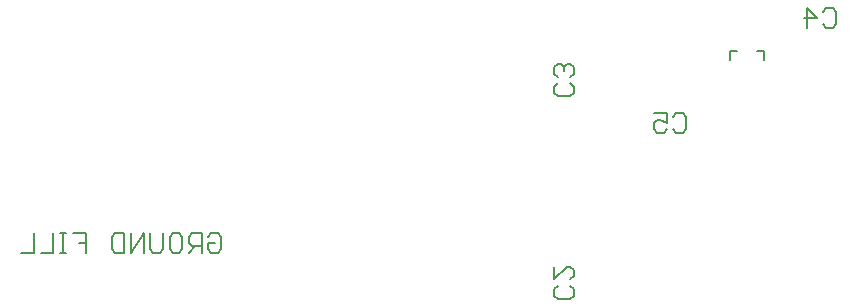
<source format=gbo>
G75*
G70*
%OFA0B0*%
%FSLAX24Y24*%
%IPPOS*%
%LPD*%
%AMOC8*
5,1,8,0,0,1.08239X$1,22.5*
%
%ADD10C,0.0060*%
D10*
X012143Y018443D02*
X012570Y018443D01*
X012570Y019084D01*
X013215Y019084D02*
X013215Y018443D01*
X012788Y018443D01*
X013431Y018443D02*
X013645Y018443D01*
X013538Y018443D02*
X013538Y019084D01*
X013645Y019084D02*
X013431Y019084D01*
X013862Y019084D02*
X014289Y019084D01*
X014289Y018443D01*
X014289Y018763D02*
X014076Y018763D01*
X015151Y018550D02*
X015151Y018977D01*
X015258Y019084D01*
X015578Y019084D01*
X015578Y018443D01*
X015258Y018443D01*
X015151Y018550D01*
X015796Y018443D02*
X015796Y019084D01*
X016223Y019084D02*
X015796Y018443D01*
X016223Y018443D02*
X016223Y019084D01*
X016440Y019084D02*
X016440Y018550D01*
X016547Y018443D01*
X016761Y018443D01*
X016867Y018550D01*
X016867Y019084D01*
X017085Y018977D02*
X017192Y019084D01*
X017405Y019084D01*
X017512Y018977D01*
X017512Y018550D01*
X017405Y018443D01*
X017192Y018443D01*
X017085Y018550D01*
X017085Y018977D01*
X017729Y018977D02*
X017729Y018763D01*
X017836Y018657D01*
X018156Y018657D01*
X017943Y018657D02*
X017729Y018443D01*
X018156Y018443D02*
X018156Y019084D01*
X017836Y019084D01*
X017729Y018977D01*
X018374Y018977D02*
X018481Y019084D01*
X018694Y019084D01*
X018801Y018977D01*
X018801Y018550D01*
X018694Y018443D01*
X018481Y018443D01*
X018374Y018550D01*
X018374Y018763D01*
X018587Y018763D01*
X029911Y017975D02*
X029911Y017548D01*
X030338Y017975D01*
X030445Y017975D01*
X030552Y017869D01*
X030552Y017655D01*
X030445Y017548D01*
X030445Y017331D02*
X030552Y017224D01*
X030552Y017011D01*
X030445Y016904D01*
X030018Y016904D01*
X029911Y017011D01*
X029911Y017224D01*
X030018Y017331D01*
X033336Y022443D02*
X033229Y022550D01*
X033229Y022763D01*
X033336Y022870D01*
X033443Y022870D01*
X033656Y022763D01*
X033656Y023084D01*
X033229Y023084D01*
X033336Y022443D02*
X033550Y022443D01*
X033656Y022550D01*
X033874Y022550D02*
X033981Y022443D01*
X034194Y022443D01*
X034301Y022550D01*
X034301Y022977D01*
X034194Y023084D01*
X033981Y023084D01*
X033874Y022977D01*
X035771Y024853D02*
X035771Y025173D01*
X035991Y025173D01*
X036671Y025173D02*
X036891Y025173D01*
X036891Y024853D01*
X038336Y025943D02*
X038336Y026584D01*
X038656Y026263D01*
X038229Y026263D01*
X038874Y026050D02*
X038981Y025943D01*
X039194Y025943D01*
X039301Y026050D01*
X039301Y026477D01*
X039194Y026584D01*
X038981Y026584D01*
X038874Y026477D01*
X030552Y024619D02*
X030552Y024405D01*
X030445Y024298D01*
X030445Y024081D02*
X030552Y023974D01*
X030552Y023761D01*
X030445Y023654D01*
X030018Y023654D01*
X029911Y023761D01*
X029911Y023974D01*
X030018Y024081D01*
X030018Y024298D02*
X029911Y024405D01*
X029911Y024619D01*
X030018Y024725D01*
X030124Y024725D01*
X030231Y024619D01*
X030231Y024512D01*
X030231Y024619D02*
X030338Y024725D01*
X030445Y024725D01*
X030552Y024619D01*
M02*

</source>
